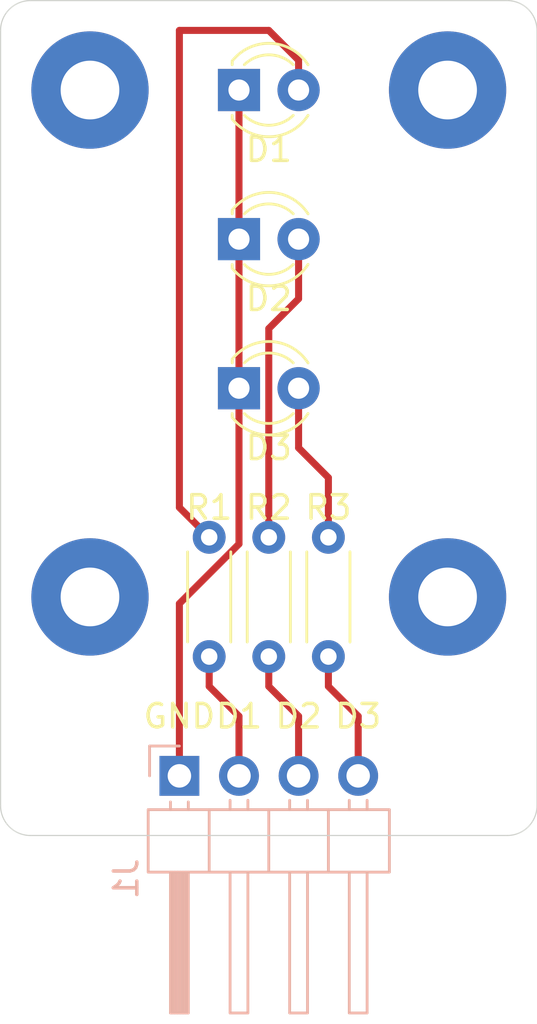
<source format=kicad_pcb>
(kicad_pcb (version 20171130) (host pcbnew 5.1.9-73d0e3b20d~88~ubuntu18.04.1)

  (general
    (thickness 1.6)
    (drawings 12)
    (tracks 25)
    (zones 0)
    (modules 11)
    (nets 8)
  )

  (page A4)
  (layers
    (0 F.Cu signal)
    (31 B.Cu signal)
    (32 B.Adhes user)
    (33 F.Adhes user)
    (34 B.Paste user)
    (35 F.Paste user)
    (36 B.SilkS user)
    (37 F.SilkS user)
    (38 B.Mask user)
    (39 F.Mask user)
    (40 Dwgs.User user)
    (41 Cmts.User user)
    (42 Eco1.User user)
    (43 Eco2.User user)
    (44 Edge.Cuts user)
    (45 Margin user)
    (46 B.CrtYd user)
    (47 F.CrtYd user)
    (48 B.Fab user hide)
    (49 F.Fab user hide)
  )

  (setup
    (last_trace_width 0.3)
    (user_trace_width 0.3)
    (trace_clearance 0.2)
    (zone_clearance 0.508)
    (zone_45_only no)
    (trace_min 0.2)
    (via_size 0.8)
    (via_drill 0.4)
    (via_min_size 0.4)
    (via_min_drill 0.3)
    (uvia_size 0.3)
    (uvia_drill 0.1)
    (uvias_allowed no)
    (uvia_min_size 0.2)
    (uvia_min_drill 0.1)
    (edge_width 0.05)
    (segment_width 0.2)
    (pcb_text_width 0.3)
    (pcb_text_size 1.5 1.5)
    (mod_edge_width 0.12)
    (mod_text_size 1 1)
    (mod_text_width 0.15)
    (pad_size 1.524 1.524)
    (pad_drill 0.762)
    (pad_to_mask_clearance 0)
    (aux_axis_origin 0 0)
    (visible_elements FFFFFF7F)
    (pcbplotparams
      (layerselection 0x010fc_ffffffff)
      (usegerberextensions false)
      (usegerberattributes true)
      (usegerberadvancedattributes true)
      (creategerberjobfile true)
      (excludeedgelayer true)
      (linewidth 0.100000)
      (plotframeref false)
      (viasonmask false)
      (mode 1)
      (useauxorigin false)
      (hpglpennumber 1)
      (hpglpenspeed 20)
      (hpglpendiameter 15.000000)
      (psnegative false)
      (psa4output false)
      (plotreference true)
      (plotvalue true)
      (plotinvisibletext false)
      (padsonsilk false)
      (subtractmaskfromsilk false)
      (outputformat 1)
      (mirror false)
      (drillshape 1)
      (scaleselection 1)
      (outputdirectory ""))
  )

  (net 0 "")
  (net 1 "Net-(D1-Pad2)")
  (net 2 "Net-(D1-Pad1)")
  (net 3 "Net-(D2-Pad2)")
  (net 4 "Net-(D3-Pad2)")
  (net 5 "Net-(J1-Pad4)")
  (net 6 "Net-(J1-Pad3)")
  (net 7 "Net-(J1-Pad2)")

  (net_class Default "This is the default net class."
    (clearance 0.2)
    (trace_width 0.25)
    (via_dia 0.8)
    (via_drill 0.4)
    (uvia_dia 0.3)
    (uvia_drill 0.1)
    (add_net "Net-(D1-Pad1)")
    (add_net "Net-(D1-Pad2)")
    (add_net "Net-(D2-Pad2)")
    (add_net "Net-(D3-Pad2)")
    (add_net "Net-(J1-Pad2)")
    (add_net "Net-(J1-Pad3)")
    (add_net "Net-(J1-Pad4)")
  )

  (module Resistor_THT:R_Axial_DIN0204_L3.6mm_D1.6mm_P5.08mm_Horizontal (layer F.Cu) (tedit 5AE5139B) (tstamp 5FECEB8D)
    (at 142.24 55.88 270)
    (descr "Resistor, Axial_DIN0204 series, Axial, Horizontal, pin pitch=5.08mm, 0.167W, length*diameter=3.6*1.6mm^2, http://cdn-reichelt.de/documents/datenblatt/B400/1_4W%23YAG.pdf")
    (tags "Resistor Axial_DIN0204 series Axial Horizontal pin pitch 5.08mm 0.167W length 3.6mm diameter 1.6mm")
    (path /5FECC6A7)
    (fp_text reference R3 (at -1.27 0 180) (layer F.SilkS)
      (effects (font (size 1 1) (thickness 0.15)))
    )
    (fp_text value R (at 2.54 1.92 90) (layer F.Fab)
      (effects (font (size 1 1) (thickness 0.15)))
    )
    (fp_text user %R (at 2.54 0 90) (layer F.Fab)
      (effects (font (size 0.72 0.72) (thickness 0.108)))
    )
    (fp_line (start 0.74 -0.8) (end 0.74 0.8) (layer F.Fab) (width 0.1))
    (fp_line (start 0.74 0.8) (end 4.34 0.8) (layer F.Fab) (width 0.1))
    (fp_line (start 4.34 0.8) (end 4.34 -0.8) (layer F.Fab) (width 0.1))
    (fp_line (start 4.34 -0.8) (end 0.74 -0.8) (layer F.Fab) (width 0.1))
    (fp_line (start 0 0) (end 0.74 0) (layer F.Fab) (width 0.1))
    (fp_line (start 5.08 0) (end 4.34 0) (layer F.Fab) (width 0.1))
    (fp_line (start 0.62 -0.92) (end 4.46 -0.92) (layer F.SilkS) (width 0.12))
    (fp_line (start 0.62 0.92) (end 4.46 0.92) (layer F.SilkS) (width 0.12))
    (fp_line (start -0.95 -1.05) (end -0.95 1.05) (layer F.CrtYd) (width 0.05))
    (fp_line (start -0.95 1.05) (end 6.03 1.05) (layer F.CrtYd) (width 0.05))
    (fp_line (start 6.03 1.05) (end 6.03 -1.05) (layer F.CrtYd) (width 0.05))
    (fp_line (start 6.03 -1.05) (end -0.95 -1.05) (layer F.CrtYd) (width 0.05))
    (pad 2 thru_hole oval (at 5.08 0 270) (size 1.4 1.4) (drill 0.7) (layers *.Cu *.Mask)
      (net 5 "Net-(J1-Pad4)"))
    (pad 1 thru_hole circle (at 0 0 270) (size 1.4 1.4) (drill 0.7) (layers *.Cu *.Mask)
      (net 4 "Net-(D3-Pad2)"))
    (model ${KISYS3DMOD}/Resistor_THT.3dshapes/R_Axial_DIN0204_L3.6mm_D1.6mm_P5.08mm_Horizontal.wrl
      (at (xyz 0 0 0))
      (scale (xyz 1 1 1))
      (rotate (xyz 0 0 0))
    )
  )

  (module Resistor_THT:R_Axial_DIN0204_L3.6mm_D1.6mm_P5.08mm_Horizontal (layer F.Cu) (tedit 5AE5139B) (tstamp 5FECEB7A)
    (at 139.7 55.88 270)
    (descr "Resistor, Axial_DIN0204 series, Axial, Horizontal, pin pitch=5.08mm, 0.167W, length*diameter=3.6*1.6mm^2, http://cdn-reichelt.de/documents/datenblatt/B400/1_4W%23YAG.pdf")
    (tags "Resistor Axial_DIN0204 series Axial Horizontal pin pitch 5.08mm 0.167W length 3.6mm diameter 1.6mm")
    (path /5FECC42E)
    (fp_text reference R2 (at -1.27 0 180) (layer F.SilkS)
      (effects (font (size 1 1) (thickness 0.15)))
    )
    (fp_text value R (at 2.54 1.92 90) (layer F.Fab)
      (effects (font (size 1 1) (thickness 0.15)))
    )
    (fp_text user %R (at 2.54 0 90) (layer F.Fab)
      (effects (font (size 0.72 0.72) (thickness 0.108)))
    )
    (fp_line (start 0.74 -0.8) (end 0.74 0.8) (layer F.Fab) (width 0.1))
    (fp_line (start 0.74 0.8) (end 4.34 0.8) (layer F.Fab) (width 0.1))
    (fp_line (start 4.34 0.8) (end 4.34 -0.8) (layer F.Fab) (width 0.1))
    (fp_line (start 4.34 -0.8) (end 0.74 -0.8) (layer F.Fab) (width 0.1))
    (fp_line (start 0 0) (end 0.74 0) (layer F.Fab) (width 0.1))
    (fp_line (start 5.08 0) (end 4.34 0) (layer F.Fab) (width 0.1))
    (fp_line (start 0.62 -0.92) (end 4.46 -0.92) (layer F.SilkS) (width 0.12))
    (fp_line (start 0.62 0.92) (end 4.46 0.92) (layer F.SilkS) (width 0.12))
    (fp_line (start -0.95 -1.05) (end -0.95 1.05) (layer F.CrtYd) (width 0.05))
    (fp_line (start -0.95 1.05) (end 6.03 1.05) (layer F.CrtYd) (width 0.05))
    (fp_line (start 6.03 1.05) (end 6.03 -1.05) (layer F.CrtYd) (width 0.05))
    (fp_line (start 6.03 -1.05) (end -0.95 -1.05) (layer F.CrtYd) (width 0.05))
    (pad 2 thru_hole oval (at 5.08 0 270) (size 1.4 1.4) (drill 0.7) (layers *.Cu *.Mask)
      (net 6 "Net-(J1-Pad3)"))
    (pad 1 thru_hole circle (at 0 0 270) (size 1.4 1.4) (drill 0.7) (layers *.Cu *.Mask)
      (net 3 "Net-(D2-Pad2)"))
    (model ${KISYS3DMOD}/Resistor_THT.3dshapes/R_Axial_DIN0204_L3.6mm_D1.6mm_P5.08mm_Horizontal.wrl
      (at (xyz 0 0 0))
      (scale (xyz 1 1 1))
      (rotate (xyz 0 0 0))
    )
  )

  (module Resistor_THT:R_Axial_DIN0204_L3.6mm_D1.6mm_P5.08mm_Horizontal (layer F.Cu) (tedit 5AE5139B) (tstamp 5FECEB67)
    (at 137.16 55.88 270)
    (descr "Resistor, Axial_DIN0204 series, Axial, Horizontal, pin pitch=5.08mm, 0.167W, length*diameter=3.6*1.6mm^2, http://cdn-reichelt.de/documents/datenblatt/B400/1_4W%23YAG.pdf")
    (tags "Resistor Axial_DIN0204 series Axial Horizontal pin pitch 5.08mm 0.167W length 3.6mm diameter 1.6mm")
    (path /5FECA278)
    (fp_text reference R1 (at -1.27 0 180) (layer F.SilkS)
      (effects (font (size 1 1) (thickness 0.15)))
    )
    (fp_text value R (at 2.54 1.92 90) (layer F.Fab)
      (effects (font (size 1 1) (thickness 0.15)))
    )
    (fp_text user %R (at 2.54 0 90) (layer F.Fab)
      (effects (font (size 0.72 0.72) (thickness 0.108)))
    )
    (fp_line (start 0.74 -0.8) (end 0.74 0.8) (layer F.Fab) (width 0.1))
    (fp_line (start 0.74 0.8) (end 4.34 0.8) (layer F.Fab) (width 0.1))
    (fp_line (start 4.34 0.8) (end 4.34 -0.8) (layer F.Fab) (width 0.1))
    (fp_line (start 4.34 -0.8) (end 0.74 -0.8) (layer F.Fab) (width 0.1))
    (fp_line (start 0 0) (end 0.74 0) (layer F.Fab) (width 0.1))
    (fp_line (start 5.08 0) (end 4.34 0) (layer F.Fab) (width 0.1))
    (fp_line (start 0.62 -0.92) (end 4.46 -0.92) (layer F.SilkS) (width 0.12))
    (fp_line (start 0.62 0.92) (end 4.46 0.92) (layer F.SilkS) (width 0.12))
    (fp_line (start -0.95 -1.05) (end -0.95 1.05) (layer F.CrtYd) (width 0.05))
    (fp_line (start -0.95 1.05) (end 6.03 1.05) (layer F.CrtYd) (width 0.05))
    (fp_line (start 6.03 1.05) (end 6.03 -1.05) (layer F.CrtYd) (width 0.05))
    (fp_line (start 6.03 -1.05) (end -0.95 -1.05) (layer F.CrtYd) (width 0.05))
    (pad 2 thru_hole oval (at 5.08 0 270) (size 1.4 1.4) (drill 0.7) (layers *.Cu *.Mask)
      (net 7 "Net-(J1-Pad2)"))
    (pad 1 thru_hole circle (at 0 0 270) (size 1.4 1.4) (drill 0.7) (layers *.Cu *.Mask)
      (net 1 "Net-(D1-Pad2)"))
    (model ${KISYS3DMOD}/Resistor_THT.3dshapes/R_Axial_DIN0204_L3.6mm_D1.6mm_P5.08mm_Horizontal.wrl
      (at (xyz 0 0 0))
      (scale (xyz 1 1 1))
      (rotate (xyz 0 0 0))
    )
  )

  (module Connector_PinHeader_2.54mm:PinHeader_1x04_P2.54mm_Horizontal (layer B.Cu) (tedit 59FED5CB) (tstamp 5FECEB54)
    (at 135.89 66.04 270)
    (descr "Through hole angled pin header, 1x04, 2.54mm pitch, 6mm pin length, single row")
    (tags "Through hole angled pin header THT 1x04 2.54mm single row")
    (path /5FECAC3C)
    (fp_text reference J1 (at 4.385 2.27 270) (layer B.SilkS)
      (effects (font (size 1 1) (thickness 0.15)) (justify mirror))
    )
    (fp_text value Conn_01x04 (at 4.385 -9.89 270) (layer B.Fab)
      (effects (font (size 1 1) (thickness 0.15)) (justify mirror))
    )
    (fp_text user %R (at 2.77 -3.81) (layer B.Fab)
      (effects (font (size 1 1) (thickness 0.15)) (justify mirror))
    )
    (fp_line (start 2.135 1.27) (end 4.04 1.27) (layer B.Fab) (width 0.1))
    (fp_line (start 4.04 1.27) (end 4.04 -8.89) (layer B.Fab) (width 0.1))
    (fp_line (start 4.04 -8.89) (end 1.5 -8.89) (layer B.Fab) (width 0.1))
    (fp_line (start 1.5 -8.89) (end 1.5 0.635) (layer B.Fab) (width 0.1))
    (fp_line (start 1.5 0.635) (end 2.135 1.27) (layer B.Fab) (width 0.1))
    (fp_line (start -0.32 0.32) (end 1.5 0.32) (layer B.Fab) (width 0.1))
    (fp_line (start -0.32 0.32) (end -0.32 -0.32) (layer B.Fab) (width 0.1))
    (fp_line (start -0.32 -0.32) (end 1.5 -0.32) (layer B.Fab) (width 0.1))
    (fp_line (start 4.04 0.32) (end 10.04 0.32) (layer B.Fab) (width 0.1))
    (fp_line (start 10.04 0.32) (end 10.04 -0.32) (layer B.Fab) (width 0.1))
    (fp_line (start 4.04 -0.32) (end 10.04 -0.32) (layer B.Fab) (width 0.1))
    (fp_line (start -0.32 -2.22) (end 1.5 -2.22) (layer B.Fab) (width 0.1))
    (fp_line (start -0.32 -2.22) (end -0.32 -2.86) (layer B.Fab) (width 0.1))
    (fp_line (start -0.32 -2.86) (end 1.5 -2.86) (layer B.Fab) (width 0.1))
    (fp_line (start 4.04 -2.22) (end 10.04 -2.22) (layer B.Fab) (width 0.1))
    (fp_line (start 10.04 -2.22) (end 10.04 -2.86) (layer B.Fab) (width 0.1))
    (fp_line (start 4.04 -2.86) (end 10.04 -2.86) (layer B.Fab) (width 0.1))
    (fp_line (start -0.32 -4.76) (end 1.5 -4.76) (layer B.Fab) (width 0.1))
    (fp_line (start -0.32 -4.76) (end -0.32 -5.4) (layer B.Fab) (width 0.1))
    (fp_line (start -0.32 -5.4) (end 1.5 -5.4) (layer B.Fab) (width 0.1))
    (fp_line (start 4.04 -4.76) (end 10.04 -4.76) (layer B.Fab) (width 0.1))
    (fp_line (start 10.04 -4.76) (end 10.04 -5.4) (layer B.Fab) (width 0.1))
    (fp_line (start 4.04 -5.4) (end 10.04 -5.4) (layer B.Fab) (width 0.1))
    (fp_line (start -0.32 -7.3) (end 1.5 -7.3) (layer B.Fab) (width 0.1))
    (fp_line (start -0.32 -7.3) (end -0.32 -7.94) (layer B.Fab) (width 0.1))
    (fp_line (start -0.32 -7.94) (end 1.5 -7.94) (layer B.Fab) (width 0.1))
    (fp_line (start 4.04 -7.3) (end 10.04 -7.3) (layer B.Fab) (width 0.1))
    (fp_line (start 10.04 -7.3) (end 10.04 -7.94) (layer B.Fab) (width 0.1))
    (fp_line (start 4.04 -7.94) (end 10.04 -7.94) (layer B.Fab) (width 0.1))
    (fp_line (start 1.44 1.33) (end 1.44 -8.95) (layer B.SilkS) (width 0.12))
    (fp_line (start 1.44 -8.95) (end 4.1 -8.95) (layer B.SilkS) (width 0.12))
    (fp_line (start 4.1 -8.95) (end 4.1 1.33) (layer B.SilkS) (width 0.12))
    (fp_line (start 4.1 1.33) (end 1.44 1.33) (layer B.SilkS) (width 0.12))
    (fp_line (start 4.1 0.38) (end 10.1 0.38) (layer B.SilkS) (width 0.12))
    (fp_line (start 10.1 0.38) (end 10.1 -0.38) (layer B.SilkS) (width 0.12))
    (fp_line (start 10.1 -0.38) (end 4.1 -0.38) (layer B.SilkS) (width 0.12))
    (fp_line (start 4.1 0.32) (end 10.1 0.32) (layer B.SilkS) (width 0.12))
    (fp_line (start 4.1 0.2) (end 10.1 0.2) (layer B.SilkS) (width 0.12))
    (fp_line (start 4.1 0.08) (end 10.1 0.08) (layer B.SilkS) (width 0.12))
    (fp_line (start 4.1 -0.04) (end 10.1 -0.04) (layer B.SilkS) (width 0.12))
    (fp_line (start 4.1 -0.16) (end 10.1 -0.16) (layer B.SilkS) (width 0.12))
    (fp_line (start 4.1 -0.28) (end 10.1 -0.28) (layer B.SilkS) (width 0.12))
    (fp_line (start 1.11 0.38) (end 1.44 0.38) (layer B.SilkS) (width 0.12))
    (fp_line (start 1.11 -0.38) (end 1.44 -0.38) (layer B.SilkS) (width 0.12))
    (fp_line (start 1.44 -1.27) (end 4.1 -1.27) (layer B.SilkS) (width 0.12))
    (fp_line (start 4.1 -2.16) (end 10.1 -2.16) (layer B.SilkS) (width 0.12))
    (fp_line (start 10.1 -2.16) (end 10.1 -2.92) (layer B.SilkS) (width 0.12))
    (fp_line (start 10.1 -2.92) (end 4.1 -2.92) (layer B.SilkS) (width 0.12))
    (fp_line (start 1.042929 -2.16) (end 1.44 -2.16) (layer B.SilkS) (width 0.12))
    (fp_line (start 1.042929 -2.92) (end 1.44 -2.92) (layer B.SilkS) (width 0.12))
    (fp_line (start 1.44 -3.81) (end 4.1 -3.81) (layer B.SilkS) (width 0.12))
    (fp_line (start 4.1 -4.7) (end 10.1 -4.7) (layer B.SilkS) (width 0.12))
    (fp_line (start 10.1 -4.7) (end 10.1 -5.46) (layer B.SilkS) (width 0.12))
    (fp_line (start 10.1 -5.46) (end 4.1 -5.46) (layer B.SilkS) (width 0.12))
    (fp_line (start 1.042929 -4.7) (end 1.44 -4.7) (layer B.SilkS) (width 0.12))
    (fp_line (start 1.042929 -5.46) (end 1.44 -5.46) (layer B.SilkS) (width 0.12))
    (fp_line (start 1.44 -6.35) (end 4.1 -6.35) (layer B.SilkS) (width 0.12))
    (fp_line (start 4.1 -7.24) (end 10.1 -7.24) (layer B.SilkS) (width 0.12))
    (fp_line (start 10.1 -7.24) (end 10.1 -8) (layer B.SilkS) (width 0.12))
    (fp_line (start 10.1 -8) (end 4.1 -8) (layer B.SilkS) (width 0.12))
    (fp_line (start 1.042929 -7.24) (end 1.44 -7.24) (layer B.SilkS) (width 0.12))
    (fp_line (start 1.042929 -8) (end 1.44 -8) (layer B.SilkS) (width 0.12))
    (fp_line (start -1.27 0) (end -1.27 1.27) (layer B.SilkS) (width 0.12))
    (fp_line (start -1.27 1.27) (end 0 1.27) (layer B.SilkS) (width 0.12))
    (fp_line (start -1.8 1.8) (end -1.8 -9.4) (layer B.CrtYd) (width 0.05))
    (fp_line (start -1.8 -9.4) (end 10.55 -9.4) (layer B.CrtYd) (width 0.05))
    (fp_line (start 10.55 -9.4) (end 10.55 1.8) (layer B.CrtYd) (width 0.05))
    (fp_line (start 10.55 1.8) (end -1.8 1.8) (layer B.CrtYd) (width 0.05))
    (pad 4 thru_hole oval (at 0 -7.62 270) (size 1.7 1.7) (drill 1) (layers *.Cu *.Mask)
      (net 5 "Net-(J1-Pad4)"))
    (pad 3 thru_hole oval (at 0 -5.08 270) (size 1.7 1.7) (drill 1) (layers *.Cu *.Mask)
      (net 6 "Net-(J1-Pad3)"))
    (pad 2 thru_hole oval (at 0 -2.54 270) (size 1.7 1.7) (drill 1) (layers *.Cu *.Mask)
      (net 7 "Net-(J1-Pad2)"))
    (pad 1 thru_hole rect (at 0 0 270) (size 1.7 1.7) (drill 1) (layers *.Cu *.Mask)
      (net 2 "Net-(D1-Pad1)"))
    (model ${KISYS3DMOD}/Connector_PinHeader_2.54mm.3dshapes/PinHeader_1x04_P2.54mm_Horizontal.wrl
      (at (xyz 0 0 0))
      (scale (xyz 1 1 1))
      (rotate (xyz 0 0 0))
    )
  )

  (module MountingHole:MountingHole_2.5mm_Pad (layer F.Cu) (tedit 56D1B4CB) (tstamp 5FECEB07)
    (at 132.08 36.83)
    (descr "Mounting Hole 2.5mm")
    (tags "mounting hole 2.5mm")
    (path /5FECDA80)
    (attr virtual)
    (fp_text reference H4 (at 0 -3.5) (layer F.SilkS) hide
      (effects (font (size 1 1) (thickness 0.15)))
    )
    (fp_text value MountingHole (at 0 3.5) (layer F.Fab)
      (effects (font (size 1 1) (thickness 0.15)))
    )
    (fp_text user %R (at 0.3 0) (layer F.Fab)
      (effects (font (size 1 1) (thickness 0.15)))
    )
    (fp_circle (center 0 0) (end 2.5 0) (layer Cmts.User) (width 0.15))
    (fp_circle (center 0 0) (end 2.75 0) (layer F.CrtYd) (width 0.05))
    (pad 1 thru_hole circle (at 0 0) (size 5 5) (drill 2.5) (layers *.Cu *.Mask))
  )

  (module MountingHole:MountingHole_2.5mm_Pad (layer F.Cu) (tedit 56D1B4CB) (tstamp 5FECEAFF)
    (at 147.32 36.83)
    (descr "Mounting Hole 2.5mm")
    (tags "mounting hole 2.5mm")
    (path /5FECD715)
    (attr virtual)
    (fp_text reference H3 (at 0 -3.5) (layer F.SilkS) hide
      (effects (font (size 1 1) (thickness 0.15)))
    )
    (fp_text value MountingHole (at 0 3.5) (layer F.Fab)
      (effects (font (size 1 1) (thickness 0.15)))
    )
    (fp_text user %R (at 0.3 0) (layer F.Fab)
      (effects (font (size 1 1) (thickness 0.15)))
    )
    (fp_circle (center 0 0) (end 2.5 0) (layer Cmts.User) (width 0.15))
    (fp_circle (center 0 0) (end 2.75 0) (layer F.CrtYd) (width 0.05))
    (pad 1 thru_hole circle (at 0 0) (size 5 5) (drill 2.5) (layers *.Cu *.Mask))
  )

  (module MountingHole:MountingHole_2.5mm_Pad (layer F.Cu) (tedit 56D1B4CB) (tstamp 5FECEAF7)
    (at 147.32 58.42)
    (descr "Mounting Hole 2.5mm")
    (tags "mounting hole 2.5mm")
    (path /5FECD538)
    (attr virtual)
    (fp_text reference H2 (at 0 -3.5) (layer F.SilkS) hide
      (effects (font (size 1 1) (thickness 0.15)))
    )
    (fp_text value MountingHole (at 0 3.5) (layer F.Fab)
      (effects (font (size 1 1) (thickness 0.15)))
    )
    (fp_text user %R (at 0.3 0) (layer F.Fab)
      (effects (font (size 1 1) (thickness 0.15)))
    )
    (fp_circle (center 0 0) (end 2.5 0) (layer Cmts.User) (width 0.15))
    (fp_circle (center 0 0) (end 2.75 0) (layer F.CrtYd) (width 0.05))
    (pad 1 thru_hole circle (at 0 0) (size 5 5) (drill 2.5) (layers *.Cu *.Mask))
  )

  (module MountingHole:MountingHole_2.5mm_Pad (layer F.Cu) (tedit 56D1B4CB) (tstamp 5FECEAEF)
    (at 132.08 58.42)
    (descr "Mounting Hole 2.5mm")
    (tags "mounting hole 2.5mm")
    (path /5FECD12F)
    (attr virtual)
    (fp_text reference H1 (at 0 -3.5) (layer F.SilkS) hide
      (effects (font (size 1 1) (thickness 0.15)))
    )
    (fp_text value MountingHole (at 0 3.5) (layer F.Fab)
      (effects (font (size 1 1) (thickness 0.15)))
    )
    (fp_text user %R (at 0.3 0) (layer F.Fab)
      (effects (font (size 1 1) (thickness 0.15)))
    )
    (fp_circle (center 0 0) (end 2.5 0) (layer Cmts.User) (width 0.15))
    (fp_circle (center 0 0) (end 2.75 0) (layer F.CrtYd) (width 0.05))
    (pad 1 thru_hole circle (at 0 0) (size 5 5) (drill 2.5) (layers *.Cu *.Mask))
  )

  (module LED_THT:LED_D3.0mm (layer F.Cu) (tedit 587A3A7B) (tstamp 5FECEAE7)
    (at 138.43 49.53)
    (descr "LED, diameter 3.0mm, 2 pins")
    (tags "LED diameter 3.0mm 2 pins")
    (path /5FECB6F5)
    (fp_text reference D3 (at 1.27 2.54) (layer F.SilkS)
      (effects (font (size 1 1) (thickness 0.15)))
    )
    (fp_text value LED (at 1.27 2.96) (layer F.Fab)
      (effects (font (size 1 1) (thickness 0.15)))
    )
    (fp_arc (start 1.27 0) (end 0.229039 1.08) (angle -87.9) (layer F.SilkS) (width 0.12))
    (fp_arc (start 1.27 0) (end 0.229039 -1.08) (angle 87.9) (layer F.SilkS) (width 0.12))
    (fp_arc (start 1.27 0) (end -0.29 1.235516) (angle -108.8) (layer F.SilkS) (width 0.12))
    (fp_arc (start 1.27 0) (end -0.29 -1.235516) (angle 108.8) (layer F.SilkS) (width 0.12))
    (fp_arc (start 1.27 0) (end -0.23 -1.16619) (angle 284.3) (layer F.Fab) (width 0.1))
    (fp_circle (center 1.27 0) (end 2.77 0) (layer F.Fab) (width 0.1))
    (fp_line (start -0.23 -1.16619) (end -0.23 1.16619) (layer F.Fab) (width 0.1))
    (fp_line (start -0.29 -1.236) (end -0.29 -1.08) (layer F.SilkS) (width 0.12))
    (fp_line (start -0.29 1.08) (end -0.29 1.236) (layer F.SilkS) (width 0.12))
    (fp_line (start -1.15 -2.25) (end -1.15 2.25) (layer F.CrtYd) (width 0.05))
    (fp_line (start -1.15 2.25) (end 3.7 2.25) (layer F.CrtYd) (width 0.05))
    (fp_line (start 3.7 2.25) (end 3.7 -2.25) (layer F.CrtYd) (width 0.05))
    (fp_line (start 3.7 -2.25) (end -1.15 -2.25) (layer F.CrtYd) (width 0.05))
    (pad 2 thru_hole circle (at 2.54 0) (size 1.8 1.8) (drill 0.9) (layers *.Cu *.Mask)
      (net 4 "Net-(D3-Pad2)"))
    (pad 1 thru_hole rect (at 0 0) (size 1.8 1.8) (drill 0.9) (layers *.Cu *.Mask)
      (net 2 "Net-(D1-Pad1)"))
    (model ${KISYS3DMOD}/LED_THT.3dshapes/LED_D3.0mm.wrl
      (at (xyz 0 0 0))
      (scale (xyz 1 1 1))
      (rotate (xyz 0 0 0))
    )
  )

  (module LED_THT:LED_D3.0mm (layer F.Cu) (tedit 587A3A7B) (tstamp 5FECEAD4)
    (at 138.43 43.18)
    (descr "LED, diameter 3.0mm, 2 pins")
    (tags "LED diameter 3.0mm 2 pins")
    (path /5FECB0DA)
    (fp_text reference D2 (at 1.27 2.54) (layer F.SilkS)
      (effects (font (size 1 1) (thickness 0.15)))
    )
    (fp_text value LED (at 1.27 2.96) (layer F.Fab)
      (effects (font (size 1 1) (thickness 0.15)))
    )
    (fp_arc (start 1.27 0) (end 0.229039 1.08) (angle -87.9) (layer F.SilkS) (width 0.12))
    (fp_arc (start 1.27 0) (end 0.229039 -1.08) (angle 87.9) (layer F.SilkS) (width 0.12))
    (fp_arc (start 1.27 0) (end -0.29 1.235516) (angle -108.8) (layer F.SilkS) (width 0.12))
    (fp_arc (start 1.27 0) (end -0.29 -1.235516) (angle 108.8) (layer F.SilkS) (width 0.12))
    (fp_arc (start 1.27 0) (end -0.23 -1.16619) (angle 284.3) (layer F.Fab) (width 0.1))
    (fp_circle (center 1.27 0) (end 2.77 0) (layer F.Fab) (width 0.1))
    (fp_line (start -0.23 -1.16619) (end -0.23 1.16619) (layer F.Fab) (width 0.1))
    (fp_line (start -0.29 -1.236) (end -0.29 -1.08) (layer F.SilkS) (width 0.12))
    (fp_line (start -0.29 1.08) (end -0.29 1.236) (layer F.SilkS) (width 0.12))
    (fp_line (start -1.15 -2.25) (end -1.15 2.25) (layer F.CrtYd) (width 0.05))
    (fp_line (start -1.15 2.25) (end 3.7 2.25) (layer F.CrtYd) (width 0.05))
    (fp_line (start 3.7 2.25) (end 3.7 -2.25) (layer F.CrtYd) (width 0.05))
    (fp_line (start 3.7 -2.25) (end -1.15 -2.25) (layer F.CrtYd) (width 0.05))
    (pad 2 thru_hole circle (at 2.54 0) (size 1.8 1.8) (drill 0.9) (layers *.Cu *.Mask)
      (net 3 "Net-(D2-Pad2)"))
    (pad 1 thru_hole rect (at 0 0) (size 1.8 1.8) (drill 0.9) (layers *.Cu *.Mask)
      (net 2 "Net-(D1-Pad1)"))
    (model ${KISYS3DMOD}/LED_THT.3dshapes/LED_D3.0mm.wrl
      (at (xyz 0 0 0))
      (scale (xyz 1 1 1))
      (rotate (xyz 0 0 0))
    )
  )

  (module LED_THT:LED_D3.0mm (layer F.Cu) (tedit 587A3A7B) (tstamp 5FECEAC1)
    (at 138.43 36.83)
    (descr "LED, diameter 3.0mm, 2 pins")
    (tags "LED diameter 3.0mm 2 pins")
    (path /5FEC8FD3)
    (fp_text reference D1 (at 1.27 2.54) (layer F.SilkS)
      (effects (font (size 1 1) (thickness 0.15)))
    )
    (fp_text value LED (at 1.27 2.96) (layer F.Fab)
      (effects (font (size 1 1) (thickness 0.15)))
    )
    (fp_arc (start 1.27 0) (end 0.229039 1.08) (angle -87.9) (layer F.SilkS) (width 0.12))
    (fp_arc (start 1.27 0) (end 0.229039 -1.08) (angle 87.9) (layer F.SilkS) (width 0.12))
    (fp_arc (start 1.27 0) (end -0.29 1.235516) (angle -108.8) (layer F.SilkS) (width 0.12))
    (fp_arc (start 1.27 0) (end -0.29 -1.235516) (angle 108.8) (layer F.SilkS) (width 0.12))
    (fp_arc (start 1.27 0) (end -0.23 -1.16619) (angle 284.3) (layer F.Fab) (width 0.1))
    (fp_circle (center 1.27 0) (end 2.77 0) (layer F.Fab) (width 0.1))
    (fp_line (start -0.23 -1.16619) (end -0.23 1.16619) (layer F.Fab) (width 0.1))
    (fp_line (start -0.29 -1.236) (end -0.29 -1.08) (layer F.SilkS) (width 0.12))
    (fp_line (start -0.29 1.08) (end -0.29 1.236) (layer F.SilkS) (width 0.12))
    (fp_line (start -1.15 -2.25) (end -1.15 2.25) (layer F.CrtYd) (width 0.05))
    (fp_line (start -1.15 2.25) (end 3.7 2.25) (layer F.CrtYd) (width 0.05))
    (fp_line (start 3.7 2.25) (end 3.7 -2.25) (layer F.CrtYd) (width 0.05))
    (fp_line (start 3.7 -2.25) (end -1.15 -2.25) (layer F.CrtYd) (width 0.05))
    (pad 2 thru_hole circle (at 2.54 0) (size 1.8 1.8) (drill 0.9) (layers *.Cu *.Mask)
      (net 1 "Net-(D1-Pad2)"))
    (pad 1 thru_hole rect (at 0 0) (size 1.8 1.8) (drill 0.9) (layers *.Cu *.Mask)
      (net 2 "Net-(D1-Pad1)"))
    (model ${KISYS3DMOD}/LED_THT.3dshapes/LED_D3.0mm.wrl
      (at (xyz 0 0 0))
      (scale (xyz 1 1 1))
      (rotate (xyz 0 0 0))
    )
  )

  (gr_text D3 (at 143.51 63.5) (layer F.SilkS)
    (effects (font (size 1 1) (thickness 0.15)))
  )
  (gr_text D2 (at 140.97 63.5) (layer F.SilkS)
    (effects (font (size 1 1) (thickness 0.15)))
  )
  (gr_text D1 (at 138.43 63.5) (layer F.SilkS)
    (effects (font (size 1 1) (thickness 0.15)))
  )
  (gr_text "GND\n" (at 135.89 63.5) (layer F.SilkS)
    (effects (font (size 1 1) (thickness 0.15)))
  )
  (gr_line (start 151.13 67.31) (end 151.13 34.29) (layer Edge.Cuts) (width 0.05) (tstamp 5FECF2DF))
  (gr_line (start 129.54 68.58) (end 149.86 68.58) (layer Edge.Cuts) (width 0.05) (tstamp 5FECF2DE))
  (gr_line (start 128.27 34.29) (end 128.27 67.31) (layer Edge.Cuts) (width 0.05) (tstamp 5FECF2DD))
  (gr_line (start 149.86 33.02) (end 129.54 33.02) (layer Edge.Cuts) (width 0.05) (tstamp 5FECF2DC))
  (gr_arc (start 149.86 67.31) (end 149.86 68.58) (angle -90) (layer Edge.Cuts) (width 0.05))
  (gr_arc (start 129.54 67.31) (end 128.27 67.31) (angle -90) (layer Edge.Cuts) (width 0.05))
  (gr_arc (start 129.54 34.29) (end 129.54 33.02) (angle -90) (layer Edge.Cuts) (width 0.05))
  (gr_arc (start 149.86 34.29) (end 151.13 34.29) (angle -90) (layer Edge.Cuts) (width 0.05))

  (segment (start 135.89 54.61) (end 137.16 55.88) (width 0.3) (layer F.Cu) (net 1))
  (segment (start 135.89 34.29) (end 135.89 54.61) (width 0.3) (layer F.Cu) (net 1))
  (segment (start 140.97 36.83) (end 140.97 35.56) (width 0.3) (layer F.Cu) (net 1))
  (segment (start 139.7 34.29) (end 135.89 34.29) (width 0.3) (layer F.Cu) (net 1))
  (segment (start 140.97 35.56) (end 139.7 34.29) (width 0.3) (layer F.Cu) (net 1))
  (segment (start 138.43 36.83) (end 138.43 43.18) (width 0.3) (layer F.Cu) (net 2))
  (segment (start 138.43 43.18) (end 138.43 49.53) (width 0.3) (layer F.Cu) (net 2))
  (segment (start 138.43 56.164002) (end 135.89 58.704002) (width 0.3) (layer F.Cu) (net 2))
  (segment (start 138.43 49.53) (end 138.43 56.164002) (width 0.3) (layer F.Cu) (net 2))
  (segment (start 135.89 58.704002) (end 135.89 66.04) (width 0.3) (layer F.Cu) (net 2))
  (segment (start 140.97 43.18) (end 140.97 45.72) (width 0.3) (layer F.Cu) (net 3))
  (segment (start 139.7 46.99) (end 139.7 55.88) (width 0.3) (layer F.Cu) (net 3))
  (segment (start 140.97 45.72) (end 139.7 46.99) (width 0.3) (layer F.Cu) (net 3))
  (segment (start 140.97 49.53) (end 140.97 52.07) (width 0.3) (layer F.Cu) (net 4))
  (segment (start 142.24 53.34) (end 142.24 55.88) (width 0.3) (layer F.Cu) (net 4))
  (segment (start 140.97 52.07) (end 142.24 53.34) (width 0.3) (layer F.Cu) (net 4))
  (segment (start 142.24 60.96) (end 142.24 62.23) (width 0.3) (layer F.Cu) (net 5))
  (segment (start 143.51 63.5) (end 143.51 66.04) (width 0.3) (layer F.Cu) (net 5))
  (segment (start 142.24 62.23) (end 143.51 63.5) (width 0.3) (layer F.Cu) (net 5))
  (segment (start 139.7 60.96) (end 139.7 62.23) (width 0.3) (layer F.Cu) (net 6))
  (segment (start 140.97 63.5) (end 140.97 66.04) (width 0.3) (layer F.Cu) (net 6))
  (segment (start 139.7 62.23) (end 140.97 63.5) (width 0.3) (layer F.Cu) (net 6))
  (segment (start 137.16 60.96) (end 137.16 62.23) (width 0.3) (layer F.Cu) (net 7))
  (segment (start 138.43 63.5) (end 138.43 66.04) (width 0.3) (layer F.Cu) (net 7))
  (segment (start 137.16 62.23) (end 138.43 63.5) (width 0.3) (layer F.Cu) (net 7))

)

</source>
